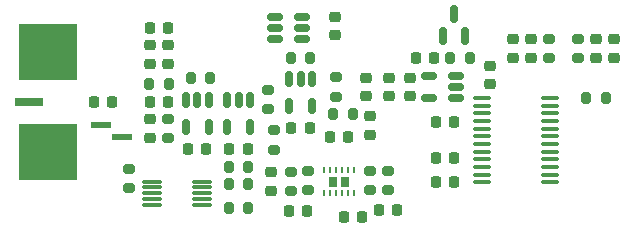
<source format=gbr>
%TF.GenerationSoftware,KiCad,Pcbnew,8.0.4*%
%TF.CreationDate,2024-10-10T14:53:49+07:00*%
%TF.ProjectId,ADC_pHAT_AFE,4144435f-7048-4415-945f-4146452e6b69,rev?*%
%TF.SameCoordinates,PX5cbead0PY5705d50*%
%TF.FileFunction,Paste,Top*%
%TF.FilePolarity,Positive*%
%FSLAX46Y46*%
G04 Gerber Fmt 4.6, Leading zero omitted, Abs format (unit mm)*
G04 Created by KiCad (PCBNEW 8.0.4) date 2024-10-10 14:53:49*
%MOMM*%
%LPD*%
G01*
G04 APERTURE LIST*
G04 Aperture macros list*
%AMRoundRect*
0 Rectangle with rounded corners*
0 $1 Rounding radius*
0 $2 $3 $4 $5 $6 $7 $8 $9 X,Y pos of 4 corners*
0 Add a 4 corners polygon primitive as box body*
4,1,4,$2,$3,$4,$5,$6,$7,$8,$9,$2,$3,0*
0 Add four circle primitives for the rounded corners*
1,1,$1+$1,$2,$3*
1,1,$1+$1,$4,$5*
1,1,$1+$1,$6,$7*
1,1,$1+$1,$8,$9*
0 Add four rect primitives between the rounded corners*
20,1,$1+$1,$2,$3,$4,$5,0*
20,1,$1+$1,$4,$5,$6,$7,0*
20,1,$1+$1,$6,$7,$8,$9,0*
20,1,$1+$1,$8,$9,$2,$3,0*%
G04 Aperture macros list end*
%ADD10RoundRect,0.225000X0.225000X0.250000X-0.225000X0.250000X-0.225000X-0.250000X0.225000X-0.250000X0*%
%ADD11RoundRect,0.218750X-0.256250X0.218750X-0.256250X-0.218750X0.256250X-0.218750X0.256250X0.218750X0*%
%ADD12RoundRect,0.225000X-0.250000X0.225000X-0.250000X-0.225000X0.250000X-0.225000X0.250000X0.225000X0*%
%ADD13RoundRect,0.200000X0.200000X0.275000X-0.200000X0.275000X-0.200000X-0.275000X0.200000X-0.275000X0*%
%ADD14RoundRect,0.225000X0.250000X-0.225000X0.250000X0.225000X-0.250000X0.225000X-0.250000X-0.225000X0*%
%ADD15RoundRect,0.200000X-0.275000X0.200000X-0.275000X-0.200000X0.275000X-0.200000X0.275000X0.200000X0*%
%ADD16RoundRect,0.200000X0.275000X-0.200000X0.275000X0.200000X-0.275000X0.200000X-0.275000X-0.200000X0*%
%ADD17RoundRect,0.218750X0.256250X-0.218750X0.256250X0.218750X-0.256250X0.218750X-0.256250X-0.218750X0*%
%ADD18RoundRect,0.200000X-0.200000X-0.275000X0.200000X-0.275000X0.200000X0.275000X-0.200000X0.275000X0*%
%ADD19RoundRect,0.150000X0.512500X0.150000X-0.512500X0.150000X-0.512500X-0.150000X0.512500X-0.150000X0*%
%ADD20R,0.800000X0.950000*%
%ADD21RoundRect,0.062500X0.062500X-0.187500X0.062500X0.187500X-0.062500X0.187500X-0.062500X-0.187500X0*%
%ADD22R,2.350000X0.700000*%
%ADD23R,4.900000X4.800000*%
%ADD24RoundRect,0.087500X0.725000X0.087500X-0.725000X0.087500X-0.725000X-0.087500X0.725000X-0.087500X0*%
%ADD25RoundRect,0.225000X-0.225000X-0.250000X0.225000X-0.250000X0.225000X0.250000X-0.225000X0.250000X0*%
%ADD26RoundRect,0.100000X-0.637500X-0.100000X0.637500X-0.100000X0.637500X0.100000X-0.637500X0.100000X0*%
%ADD27RoundRect,0.150000X0.150000X-0.587500X0.150000X0.587500X-0.150000X0.587500X-0.150000X-0.587500X0*%
%ADD28R,1.750000X0.600000*%
%ADD29RoundRect,0.150000X-0.150000X0.512500X-0.150000X-0.512500X0.150000X-0.512500X0.150000X0.512500X0*%
G04 APERTURE END LIST*
D10*
%TO.C,C15*%
X29435000Y5250000D03*
X27885000Y5250000D03*
%TD*%
D11*
%TO.C,D3*%
X30100000Y13787500D03*
X30100000Y12212500D03*
%TD*%
D12*
%TO.C,C13*%
X21750000Y9025000D03*
X21750000Y7475000D03*
%TD*%
D13*
%TO.C,R11*%
X25075000Y18750000D03*
X23425000Y18750000D03*
%TD*%
D14*
%TO.C,C9*%
X33500000Y15475000D03*
X33500000Y17025000D03*
%TD*%
D15*
%TO.C,R14*%
X21500000Y16025000D03*
X21500000Y14375000D03*
%TD*%
D14*
%TO.C,C4*%
X43750000Y18725000D03*
X43750000Y20275000D03*
%TD*%
D16*
%TO.C,R3*%
X30160000Y7500000D03*
X30160000Y9150000D03*
%TD*%
D17*
%TO.C,D2*%
X13000000Y18212500D03*
X13000000Y19787500D03*
%TD*%
D18*
%TO.C,R5*%
X36925000Y18750000D03*
X38575000Y18750000D03*
%TD*%
D19*
%TO.C,U8*%
X24387500Y20300000D03*
X24387500Y21250000D03*
X24387500Y22200000D03*
X22112500Y22200000D03*
X22112500Y21250000D03*
X22112500Y20300000D03*
%TD*%
D11*
%TO.C,D1*%
X11500000Y19787500D03*
X11500000Y18212500D03*
%TD*%
D20*
%TO.C,U3*%
X27000000Y8250000D03*
X28000000Y8250000D03*
D21*
X26250000Y7300000D03*
X26750000Y7300000D03*
X27250000Y7300000D03*
X27750000Y7300000D03*
X28250000Y7300000D03*
X28750000Y7300000D03*
X28750000Y9200000D03*
X28250000Y9200000D03*
X27750000Y9200000D03*
X27250000Y9200000D03*
X26750000Y9200000D03*
X26250000Y9200000D03*
%TD*%
D18*
%TO.C,R19*%
X14925000Y17000000D03*
X16575000Y17000000D03*
%TD*%
D22*
%TO.C,J3*%
X1250000Y15000000D03*
D23*
X2825000Y19250000D03*
X2825000Y10750000D03*
%TD*%
D24*
%TO.C,U4*%
X15862500Y6250000D03*
X15862500Y6750000D03*
X15862500Y7250000D03*
X15862500Y7750000D03*
X15862500Y8250000D03*
X11637500Y8250000D03*
X11637500Y7750000D03*
X11637500Y7250000D03*
X11637500Y6750000D03*
X11637500Y6250000D03*
%TD*%
D25*
%TO.C,C18*%
X11475000Y15000000D03*
X13025000Y15000000D03*
%TD*%
D26*
%TO.C,U2*%
X39637500Y15325000D03*
X39637500Y14675000D03*
X39637500Y14025000D03*
X39637500Y13375000D03*
X39637500Y12725000D03*
X39637500Y12075000D03*
X39637500Y11425000D03*
X39637500Y10775000D03*
X39637500Y10125000D03*
X39637500Y9475000D03*
X39637500Y8825000D03*
X39637500Y8175000D03*
X45362500Y8175000D03*
X45362500Y8825000D03*
X45362500Y9475000D03*
X45362500Y10125000D03*
X45362500Y10775000D03*
X45362500Y11425000D03*
X45362500Y12075000D03*
X45362500Y12725000D03*
X45362500Y13375000D03*
X45362500Y14025000D03*
X45362500Y14675000D03*
X45362500Y15325000D03*
%TD*%
D18*
%TO.C,R13*%
X27025000Y14000000D03*
X28675000Y14000000D03*
%TD*%
D10*
%TO.C,C11*%
X37275000Y10250000D03*
X35725000Y10250000D03*
%TD*%
D27*
%TO.C,U10*%
X36300000Y20562500D03*
X38200000Y20562500D03*
X37250000Y22437500D03*
%TD*%
D10*
%TO.C,C7*%
X37275000Y8250000D03*
X35725000Y8250000D03*
%TD*%
D18*
%TO.C,R8*%
X18175000Y6000000D03*
X19825000Y6000000D03*
%TD*%
%TO.C,R2*%
X48425000Y15350000D03*
X50075000Y15350000D03*
%TD*%
D14*
%TO.C,C2*%
X50750000Y18725000D03*
X50750000Y20275000D03*
%TD*%
%TO.C,C23*%
X29750000Y15475000D03*
X29750000Y17025000D03*
%TD*%
D18*
%TO.C,R12*%
X11425000Y16500000D03*
X13075000Y16500000D03*
%TD*%
D10*
%TO.C,C8*%
X24775000Y5750000D03*
X23225000Y5750000D03*
%TD*%
D15*
%TO.C,R18*%
X27250000Y17075000D03*
X27250000Y15425000D03*
%TD*%
D25*
%TO.C,C21*%
X6725000Y15000000D03*
X8275000Y15000000D03*
%TD*%
D15*
%TO.C,R7*%
X24910000Y9150000D03*
X24910000Y7500000D03*
%TD*%
D12*
%TO.C,C22*%
X11500000Y13525000D03*
X11500000Y11975000D03*
%TD*%
D10*
%TO.C,C17*%
X16275000Y11000000D03*
X14725000Y11000000D03*
%TD*%
%TO.C,C20*%
X25025000Y12750000D03*
X23475000Y12750000D03*
%TD*%
%TO.C,C6*%
X37275000Y13250000D03*
X35725000Y13250000D03*
%TD*%
D16*
%TO.C,R9*%
X9750000Y7675000D03*
X9750000Y9325000D03*
%TD*%
%TO.C,R4*%
X31660000Y7500000D03*
X31660000Y9150000D03*
%TD*%
D28*
%TO.C,J1*%
X9125000Y12000000D03*
X7375000Y13000000D03*
%TD*%
D14*
%TO.C,C1*%
X49250000Y18725000D03*
X49250000Y20275000D03*
%TD*%
D10*
%TO.C,C19*%
X19775000Y11000000D03*
X18225000Y11000000D03*
%TD*%
D19*
%TO.C,U9*%
X37387500Y15300000D03*
X37387500Y16250000D03*
X37387500Y17200000D03*
X35112500Y17200000D03*
X35112500Y15300000D03*
%TD*%
D29*
%TO.C,U6*%
X16450000Y15137500D03*
X15500000Y15137500D03*
X14550000Y15137500D03*
X14550000Y12862500D03*
X16450000Y12862500D03*
%TD*%
D15*
%TO.C,FB2*%
X45250000Y20325000D03*
X45250000Y18675000D03*
%TD*%
%TO.C,R17*%
X22000000Y12575000D03*
X22000000Y10925000D03*
%TD*%
D14*
%TO.C,C10*%
X31750000Y15475000D03*
X31750000Y17025000D03*
%TD*%
%TO.C,C5*%
X40250000Y16475000D03*
X40250000Y18025000D03*
%TD*%
D15*
%TO.C,FB1*%
X47750000Y20325000D03*
X47750000Y18675000D03*
%TD*%
D10*
%TO.C,C16*%
X13025000Y21250000D03*
X11475000Y21250000D03*
%TD*%
D18*
%TO.C,R10*%
X18175000Y9500000D03*
X19825000Y9500000D03*
%TD*%
D15*
%TO.C,R1*%
X23410000Y9075000D03*
X23410000Y7425000D03*
%TD*%
D25*
%TO.C,C12*%
X26725000Y12000000D03*
X28275000Y12000000D03*
%TD*%
D10*
%TO.C,C25*%
X35525000Y18750000D03*
X33975000Y18750000D03*
%TD*%
D25*
%TO.C,C14*%
X30885000Y5825000D03*
X32435000Y5825000D03*
%TD*%
D29*
%TO.C,U5*%
X25200000Y16887500D03*
X24250000Y16887500D03*
X23300000Y16887500D03*
X23300000Y14612500D03*
X25200000Y14612500D03*
%TD*%
D14*
%TO.C,C3*%
X42250000Y18725000D03*
X42250000Y20275000D03*
%TD*%
D18*
%TO.C,R16*%
X18175000Y8000000D03*
X19825000Y8000000D03*
%TD*%
D16*
%TO.C,R15*%
X13000000Y11925000D03*
X13000000Y13575000D03*
%TD*%
D12*
%TO.C,C24*%
X27200000Y22175000D03*
X27200000Y20625000D03*
%TD*%
D29*
%TO.C,U7*%
X19950000Y15137500D03*
X19000000Y15137500D03*
X18050000Y15137500D03*
X18050000Y12862500D03*
X19950000Y12862500D03*
%TD*%
M02*

</source>
